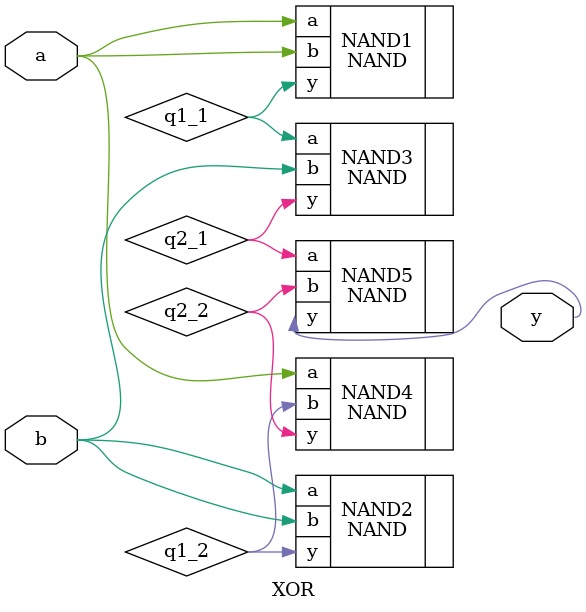
<source format=v>
module XOR (
	input  a, b,
	output y
);

	wire q1_1, q1_2, q2_1, q2_2;

	NAND NAND1 (
		.a(a),
		.b(a),
		.y(q1_1)
	);
	
	NAND NAND2 (
		.a(b),
		.b(b),
		.y(q1_2)
	);

	NAND NAND3 (
		.a(q1_1),
		.b(b),
		.y(q2_1)
	);

	NAND NAND4 (
		.a(a),
		.b(q1_2),
		.y(q2_2)
	);
	
	NAND NAND5 (
		.a(q2_1),
		.b(q2_2),
		.y(y)
	);

endmodule	
	
</source>
